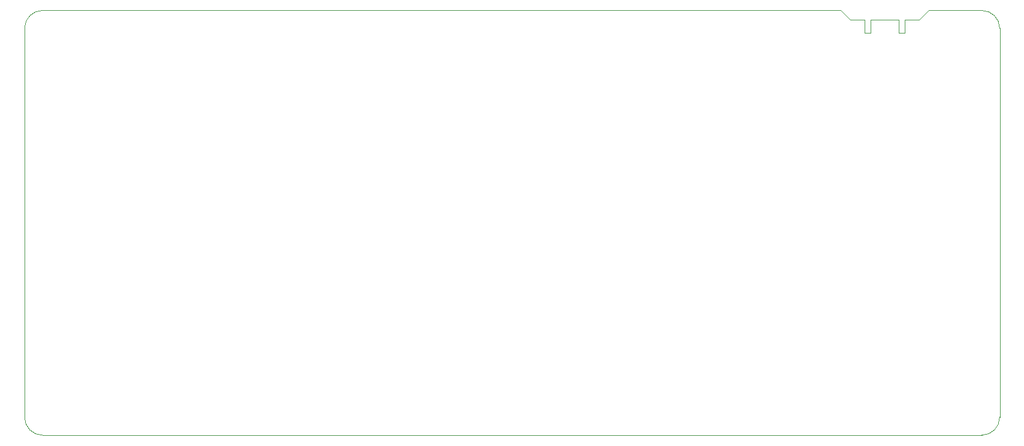
<source format=gbr>
G04 #@! TF.GenerationSoftware,KiCad,Pcbnew,(5.1.7)-1*
G04 #@! TF.CreationDate,2021-03-02T06:51:01+09:00*
G04 #@! TF.ProjectId,pisces,70697363-6573-42e6-9b69-6361645f7063,rev?*
G04 #@! TF.SameCoordinates,Original*
G04 #@! TF.FileFunction,Profile,NP*
%FSLAX46Y46*%
G04 Gerber Fmt 4.6, Leading zero omitted, Abs format (unit mm)*
G04 Created by KiCad (PCBNEW (5.1.7)-1) date 2021-03-02 06:51:01*
%MOMM*%
%LPD*%
G01*
G04 APERTURE LIST*
G04 #@! TA.AperFunction,Profile*
%ADD10C,0.050000*%
G04 #@! TD*
G04 #@! TA.AperFunction,Profile*
%ADD11C,0.100000*%
G04 #@! TD*
G04 APERTURE END LIST*
D10*
X174244000Y-38989000D02*
G75*
G02*
X176784000Y-41529000I0J-2540000D01*
G01*
X176784000Y-96520000D02*
G75*
G02*
X174244000Y-99060000I-2540000J0D01*
G01*
X41529000Y-99060000D02*
G75*
G02*
X38989000Y-96520000I0J2540000D01*
G01*
X38989000Y-41529000D02*
G75*
G02*
X41529000Y-38989000I2540000J0D01*
G01*
X166751000Y-38989000D02*
X165428000Y-40269500D01*
X174244000Y-38989000D02*
X166751000Y-38989000D01*
X154305000Y-38989000D02*
X155628000Y-40269500D01*
X154305000Y-38989000D02*
X41529000Y-38989000D01*
X176784000Y-96520000D02*
X176784000Y-41529000D01*
X41529000Y-99060000D02*
X174244000Y-99060000D01*
X38989000Y-41529000D02*
X38989000Y-96520000D01*
D11*
X157728000Y-40269500D02*
X155628000Y-40269500D01*
X157728000Y-42149500D02*
X157728000Y-40269500D01*
X158578000Y-42149500D02*
X157728000Y-42149500D01*
X158578000Y-40269500D02*
X158578000Y-42149500D01*
X162478000Y-40269500D02*
X158578000Y-40269500D01*
X162478000Y-42149500D02*
X162478000Y-40269500D01*
X163328000Y-42149500D02*
X162478000Y-42149500D01*
X163328000Y-40269500D02*
X163328000Y-42149500D01*
X165428000Y-40269500D02*
X163328000Y-40269500D01*
M02*

</source>
